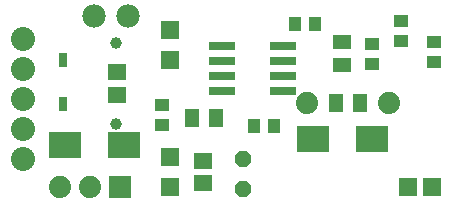
<source format=gts>
G75*
%MOIN*%
%OFA0B0*%
%FSLAX25Y25*%
%IPPOS*%
%LPD*%
%AMOC8*
5,1,8,0,0,1.08239X$1,22.5*
%
%ADD10R,0.06306X0.05518*%
%ADD11OC8,0.05600*%
%ADD12C,0.07400*%
%ADD13R,0.07400X0.07400*%
%ADD14C,0.03943*%
%ADD15C,0.07800*%
%ADD16C,0.08000*%
%ADD17R,0.05943X0.05943*%
%ADD18R,0.10636X0.09061*%
%ADD19R,0.05912X0.04731*%
%ADD20R,0.09061X0.02762*%
%ADD21R,0.04337X0.04731*%
%ADD22R,0.04731X0.04337*%
%ADD23R,0.04731X0.05912*%
%ADD24R,0.03156X0.05124*%
D10*
X0069100Y0012360D03*
X0069100Y0019840D03*
X0040600Y0041860D03*
X0040600Y0049340D03*
D11*
X0082600Y0020600D03*
X0082600Y0010600D03*
D12*
X0021600Y0011100D03*
X0031600Y0011100D03*
X0103742Y0039072D03*
X0131301Y0039072D03*
D13*
X0041600Y0011100D03*
D14*
X0040100Y0032214D03*
X0040100Y0058986D03*
D15*
X0044300Y0068100D03*
X0032900Y0068100D03*
D16*
X0009100Y0060600D03*
X0009100Y0050600D03*
X0009100Y0040600D03*
X0009100Y0030600D03*
X0009100Y0020600D03*
D17*
X0058100Y0021100D03*
X0058100Y0011100D03*
X0058100Y0053600D03*
X0058100Y0063600D03*
X0137600Y0011100D03*
X0145600Y0011100D03*
D18*
X0125443Y0027100D03*
X0105757Y0027100D03*
X0042943Y0025100D03*
X0023257Y0025100D03*
D19*
X0115600Y0051663D03*
X0115600Y0059537D03*
D20*
X0095836Y0058100D03*
X0095836Y0053100D03*
X0095836Y0048100D03*
X0095836Y0043100D03*
X0075364Y0043100D03*
X0075364Y0048100D03*
X0075364Y0053100D03*
X0075364Y0058100D03*
D21*
X0099754Y0065600D03*
X0106446Y0065600D03*
X0092946Y0031600D03*
X0086254Y0031600D03*
D22*
X0055600Y0031754D03*
X0055600Y0038446D03*
X0125600Y0052254D03*
X0125600Y0058946D03*
X0135100Y0059754D03*
X0146100Y0059446D03*
X0146100Y0052754D03*
X0135100Y0066446D03*
D23*
X0121537Y0039100D03*
X0113663Y0039100D03*
X0073537Y0034100D03*
X0065663Y0034100D03*
D24*
X0022600Y0038817D03*
X0022600Y0053383D03*
M02*

</source>
